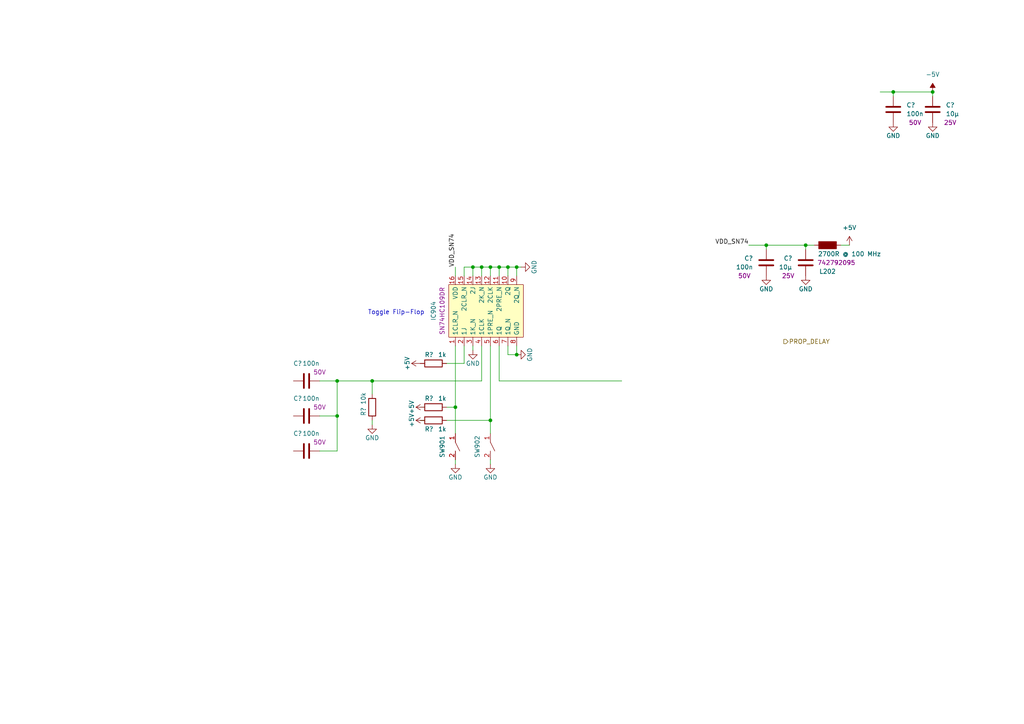
<source format=kicad_sch>
(kicad_sch (version 20230121) (generator eeschema)
  (paper "A4")
  (lib_symbols
    (symbol "BestParts_Generic:Switch"
      (property "Reference" "SW" (at 0 3.81 0))
      (symbol "Switch_0_1"
        (polyline (pts (xy -1.27 0) (xy 1.27 1.27)))
      )
      (symbol "Switch_1_1"
        (pin passive line (at -3.81 0 0) (length 2.54) (name "") (number "1"))
        (pin passive line (at 3.81 0 180) (length 2.54) (name "") (number "2"))
      )
    )
    (symbol "BestParts_ICs:SN74HC109DR"
      (property "Reference" "IC" (at 0 12.065 0))
      (property "Part Number" "SN74HC109DR" (at 0 12.065 0))
      (symbol "SN74HC109DR_1_1"
        (rectangle (start -7.62 10.795) (end 7.62 -10.795) (fill (type background)))
        (pin input line (at -10.16 8.89 0) (length 2.54) (name "1CLR_N") (number "1"))
        (pin output line (at 10.16 -6.35 180) (length 2.54) (name "2Q") (number "10"))
        (pin input line (at 10.16 -3.81 180) (length 2.54) (name "2PRE_N") (number "11"))
        (pin input line (at 10.16 -1.27 180) (length 2.54) (name "2CLK") (number "12"))
        (pin input line (at 10.16 1.27 180) (length 2.54) (name "2K_N") (number "13"))
        (pin input line (at 10.16 3.81 180) (length 2.54) (name "2J") (number "14"))
        (pin input line (at 10.16 6.35 180) (length 2.54) (name "2CLR_N") (number "15"))
        (pin passive line (at 10.16 8.89 180) (length 2.54) (name "VDD") (number "16"))
        (pin input line (at -10.16 6.35 0) (length 2.54) (name "1J") (number "2"))
        (pin input line (at -10.16 3.81 0) (length 2.54) (name "1K_N") (number "3"))
        (pin input line (at -10.16 1.27 0) (length 2.54) (name "1CLK") (number "4"))
        (pin input line (at -10.16 -1.27 0) (length 2.54) (name "1PRE_N") (number "5"))
        (pin output line (at -10.16 -3.81 0) (length 2.54) (name "1Q") (number "6"))
        (pin output line (at -10.16 -6.35 0) (length 2.54) (name "1Q_N") (number "7"))
        (pin passive line (at -10.16 -8.89 0) (length 2.54) (name "GND") (number "8"))
        (pin output line (at 10.16 -8.89 180) (length 2.54) (name "2Q_N") (number "9"))
      )
    )
    (symbol "Device:C" (pin_numbers hide) (pin_names (offset 0.254))
      (property "Reference" "C" (at 0.635 2.54 0))
      (property "Value" "C" (at 0.635 -2.54 0))
      (symbol "C_0_1"
        (polyline (pts (xy -2.032 -0.762) (xy 2.032 -0.762)) (stroke (width 0.508)))
        (polyline (pts (xy -2.032 0.762) (xy 2.032 0.762)) (stroke (width 0.508)))
      )
      (symbol "C_1_1"
        (pin passive line (at 0 3.81 270) (length 2.794) (name "~") (number "1"))
        (pin passive line (at 0 -3.81 90) (length 2.794) (name "~") (number "2"))
      )
    )
    (symbol "Device:R" (pin_numbers hide) (pin_names (offset 0))
      (property "Reference" "R" (at 2.032 0 90))
      (property "Value" "R" (at 0 0 90))
      (symbol "R_0_1"
        (rectangle (start -1.016 -2.54) (end 1.016 2.54) (stroke (width 0.254)))
      )
      (symbol "R_1_1"
        (pin passive line (at 0 3.81 270) (length 1.27) (name "~") (number "1"))
        (pin passive line (at 0 -3.81 90) (length 1.27) (name "~") (number "2"))
      )
    )
    (symbol "Ferrit_1" (pin_numbers hide)
      (property "Reference" "L" (at 0 2.54 0))
      (symbol "Ferrit_1_1_1"
        (rectangle (start -2.54 1.016) (end 2.54 -1.016) (stroke (width 0.254)) (fill (type outline)))
        (pin passive line (at -3.81 0 0) (length 1.27) (name "") (number "1"))
        (pin passive line (at 3.81 0 180) (length 1.27) (name "") (number "2"))
      )
    )
    (symbol "power:+5V" (power) (pin_names (offset 0))
      (property "Value" "+5V" (at 0 3.556 0))
      (symbol "+5V_0_1"
        (polyline (pts (xy -0.762 1.27) (xy 0 2.54)))
        (polyline (pts (xy 0 0) (xy 0 2.54)))
        (polyline (pts (xy 0 2.54) (xy 0.762 1.27)))
      )
      (symbol "+5V_1_1"
        (pin power_in line (at 0 0 90) (length 0) hide (name "+5V") (number "1"))
      )
    )
    (symbol "power:-5V" (power) (pin_names (offset 0))
      (property "Value" "-5V" (at 0 3.81 0))
      (symbol "-5V_0_0"
        (pin power_in line (at 0 0 90) (length 0) hide (name "-5V") (number "1"))
      )
      (symbol "-5V_0_1"
        (polyline (pts (xy 0 0) (xy 0 1.27) (xy 0.762 1.27) (xy 0 2.54) (xy -0.762 1.27) (xy 0 1.27)) (fill (type outline)))
      )
    )
    (symbol "power:GND" (power) (pin_names (offset 0))
      (property "Value" "GND" (at 0 -3.81 0))
      (symbol "GND_0_1"
        (polyline (pts (xy 0 0) (xy 0 -1.27) (xy 1.27 -1.27) (xy 0 -2.54) (xy -1.27 -1.27) (xy 0 -1.27)))
      )
      (symbol "GND_1_1"
        (pin power_in line (at 0 0 270) (length 0) hide (name "GND") (number "1"))
      )
    )
  )
  (junction (at 147.32 77.47))
  (junction (at 97.79 120.65))
  (junction (at 137.16 77.47))
  (junction (at 270.51 26.67))
  (junction (at 132.08 118.11))
  (junction (at 142.24 121.92))
  (junction (at 139.7 77.47))
  (junction (at 149.86 77.47))
  (junction (at 233.68 71.12))
  (junction (at 259.08 26.67))
  (junction (at 149.86 102.87))
  (junction (at 97.79 110.49))
  (junction (at 142.24 77.47))
  (junction (at 107.95 110.49))
  (junction (at 144.78 77.47))
  (junction (at 222.25 71.12))
  (wire (pts (xy 107.95 121.92) (xy 107.95 123.19)))
  (wire (pts (xy 134.62 80.01) (xy 134.62 77.47)))
  (wire (pts (xy 149.86 80.01) (xy 149.86 77.47)))
  (wire (pts (xy 222.25 71.12) (xy 222.25 72.39)))
  (wire (pts (xy 132.08 77.47) (xy 132.08 80.01)))
  (wire (pts (xy 139.7 80.01) (xy 139.7 77.47)))
  (wire (pts (xy 147.32 77.47) (xy 149.86 77.47)))
  (wire (pts (xy 144.78 100.33) (xy 144.78 110.49)))
  (wire (pts (xy 139.7 100.33) (xy 139.7 110.49)))
  (wire (pts (xy 139.7 77.47) (xy 142.24 77.47)))
  (wire (pts (xy 142.24 80.01) (xy 142.24 77.47)))
  (wire (pts (xy 149.86 102.87) (xy 149.86 100.33)))
  (wire (pts (xy 270.51 26.67) (xy 270.51 27.94)))
  (wire (pts (xy 147.32 102.87) (xy 149.86 102.87)))
  (wire (pts (xy 142.24 77.47) (xy 144.78 77.47)))
  (wire (pts (xy 129.54 121.92) (xy 142.24 121.92)))
  (wire (pts (xy 255.27 26.67) (xy 259.08 26.67)))
  (wire (pts (xy 134.62 77.47) (xy 137.16 77.47)))
  (wire (pts (xy 142.24 100.33) (xy 142.24 121.92)))
  (wire (pts (xy 233.68 71.12) (xy 233.68 72.39)))
  (wire (pts (xy 97.79 120.65) (xy 97.79 130.81)))
  (wire (pts (xy 246.38 71.12) (xy 243.84 71.12)))
  (wire (pts (xy 134.62 100.33) (xy 134.62 105.41)))
  (wire (pts (xy 149.86 77.47) (xy 151.13 77.47)))
  (wire (pts (xy 129.54 105.41) (xy 134.62 105.41)))
  (wire (pts (xy 259.08 26.67) (xy 270.51 26.67)))
  (wire (pts (xy 144.78 77.47) (xy 147.32 77.47)))
  (wire (pts (xy 137.16 80.01) (xy 137.16 77.47)))
  (wire (pts (xy 97.79 110.49) (xy 97.79 120.65)))
  (wire (pts (xy 92.71 120.65) (xy 97.79 120.65)))
  (wire (pts (xy 107.95 110.49) (xy 107.95 114.3)))
  (wire (pts (xy 142.24 121.92) (xy 142.24 125.73)))
  (wire (pts (xy 142.24 133.35) (xy 142.24 134.62)))
  (wire (pts (xy 236.22 71.12) (xy 233.68 71.12)))
  (wire (pts (xy 144.78 110.49) (xy 180.34 110.49)))
  (wire (pts (xy 137.16 77.47) (xy 139.7 77.47)))
  (wire (pts (xy 137.16 101.6) (xy 137.16 100.33)))
  (wire (pts (xy 107.95 110.49) (xy 139.7 110.49)))
  (wire (pts (xy 132.08 100.33) (xy 132.08 118.11)))
  (wire (pts (xy 132.08 118.11) (xy 132.08 125.73)))
  (wire (pts (xy 132.08 133.35) (xy 132.08 134.62)))
  (wire (pts (xy 144.78 80.01) (xy 144.78 77.47)))
  (wire (pts (xy 97.79 110.49) (xy 107.95 110.49)))
  (wire (pts (xy 147.32 80.01) (xy 147.32 77.47)))
  (wire (pts (xy 92.71 130.81) (xy 97.79 130.81)))
  (wire (pts (xy 259.08 26.67) (xy 259.08 27.94)))
  (wire (pts (xy 129.54 118.11) (xy 132.08 118.11)))
  (wire (pts (xy 121.92 118.11) (xy 123.19 118.11)))
  (wire (pts (xy 147.32 102.87) (xy 147.32 100.33)))
  (wire (pts (xy 121.92 121.92) (xy 123.19 121.92)))
  (wire (pts (xy 92.71 110.49) (xy 97.79 110.49)))
  (wire (pts (xy 222.25 71.12) (xy 217.17 71.12)))
  (wire (pts (xy 233.68 71.12) (xy 222.25 71.12)))
  (text "Toggle Flip-Flop" (at 106.68 91.44 0) (effects (font (size 1.27 1.27)) (justify left bottom)))
  (label "VDD_SN74" (at 217.17 71.12 180))
  (label "VDD_SN74" (at 132.08 77.47 90))
  (hierarchical_label "PROP_DELAY" (shape output) (at 227.33 99.06 0))
  (symbol (lib_id "power:GND") (at 222.25 80.01 0) (mirror y) (unit 1)
    (property "Reference" "#PWR?" (effects hide))
    (property "Value" "GND" (at 222.25 83.82 0))
    (instances (project "Analog_Calc_V2" (path "" (reference "#PWR?") (unit 1)) (path "" (reference "#PWR?") (unit 1)) (path "" (reference "#PWR?") (unit 1)) (path "" (reference "#PWR0804") (unit 1))))
  )
  (symbol (lib_id "power:GND") (at 149.86 102.87 90) (unit 1)
    (property "Reference" "#PWR?" (effects hide))
    (property "Value" "GND" (at 153.67 102.87 0))
    (instances (project "Analog_Calc_V2" (path "" (reference "#PWR?") (unit 1)) (path "" (reference "#PWR?") (unit 1)) (path "" (reference "#PWR?") (unit 1)) (path "" (reference "#PWR0913") (unit 1))))
  )
  (symbol (lib_id "power:+5V") (at 123.19 118.11 90) (mirror x) (unit 1)
    (property "Reference" "#PWR?" (effects hide))
    (property "Value" "+5V" (at 119.38 118.11 0))
    (instances (project "Analog_Calc_V2" (path "" (reference "#PWR?") (unit 1)) (path "" (reference "#PWR?") (unit 1)) (path "" (reference "#PWR?") (unit 1)) (path "" (reference "#PWR0915") (unit 1))))
  )
  (symbol (lib_id "power:GND") (at 270.51 35.56 0) (unit 1)
    (property "Reference" "#PWR?" (effects hide))
    (property "Value" "GND" (at 270.51 39.37 0))
    (instances (project "Analog_Calc_V2" (path "" (reference "#PWR?") (unit 1)) (path "" (reference "#PWR?") (unit 1)) (path "" (reference "#PWR?") (unit 1)) (path "" (reference "#PWR0806") (unit 1))))
  )
  (symbol (lib_id "Device:C") (at 222.25 76.2 0) (mirror y) (unit 1)
    (property "Reference" "C?" (at 218.44 74.93 0) (effects (justify left)))
    (property "Value" "100n" (at 218.44 77.47 0) (effects (justify left)))
    (property "Footprint" "BestParts_Caps:C_0603" (effects hide))
    (property "Voltage" "50V" (at 215.9 80.01 0))
    (instances (project "Analog_Calc_V2" (path "" (reference "C?") (unit 1)) (path "" (reference "C?") (unit 1)) (path "" (reference "C?") (unit 1)) (path "" (reference "C?") (unit 1)) (path "" (reference "C802") (unit 1))))
  )
  (symbol (lib_id "Device:C") (at 88.9 110.49 90) (mirror x) (unit 1)
    (property "Reference" "C?" (at 87.63 105.41 90) (effects (justify left)))
    (property "Value" "100n" (at 92.71 105.41 90) (effects (justify left)))
    (property "Footprint" "BestParts_Caps:C_0603" (effects hide))
    (property "Voltage" "50V" (at 92.71 107.95 90))
    (instances (project "Analog_Calc_V2" (path "" (reference "C?") (unit 1)) (path "" (reference "C?") (unit 1)) (path "" (reference "C?") (unit 1)) (path "" (reference "C?") (unit 1)) (path "" (reference "C909") (unit 1))))
  )
  (symbol (lib_id "Device:C") (at 259.08 31.75 0) (unit 1)
    (property "Reference" "C?" (at 262.89 30.48 0) (effects (justify left)))
    (property "Value" "100n" (at 262.89 33.02 0) (effects (justify left)))
    (property "Footprint" "BestParts_Caps:C_0603" (effects hide))
    (property "Voltage" "50V" (at 265.43 35.56 0))
    (instances (project "Analog_Calc_V2" (path "" (reference "C?") (unit 1)) (path "" (reference "C?") (unit 1)) (path "" (reference "C?") (unit 1)) (path "" (reference "C?") (unit 1)) (path "" (reference "C803") (unit 1))))
  )
  (symbol (lib_id "power:GND") (at 259.08 35.56 0) (unit 1)
    (property "Reference" "#PWR?" (effects hide))
    (property "Value" "GND" (at 259.08 39.37 0))
    (instances (project "Analog_Calc_V2" (path "" (reference "#PWR?") (unit 1)) (path "" (reference "#PWR?") (unit 1)) (path "" (reference "#PWR?") (unit 1)) (path "" (reference "#PWR0805") (unit 1))))
  )
  (symbol (lib_id "power:GND") (at 132.08 134.62 0) (unit 1)
    (property "Reference" "#PWR?" (effects hide))
    (property "Value" "GND" (at 132.08 138.43 0))
    (instances (project "Analog_Calc_V2" (path "" (reference "#PWR?") (unit 1)) (path "" (reference "#PWR?") (unit 1)) (path "" (reference "#PWR?") (unit 1)) (path "" (reference "#PWR0917") (unit 1))))
  )
  (symbol (lib_id "power:+5V") (at 246.38 71.12 0) (mirror y) (unit 1)
    (property "Reference" "#PWR?" (effects hide))
    (property "Value" "+5V" (at 246.38 66.04 0))
    (instances (project "Analog_Calc_V2" (path "" (reference "#PWR?") (unit 1)) (path "" (reference "#PWR?") (unit 1)) (path "" (reference "#PWR?") (unit 1)) (path "" (reference "#PWR0801") (unit 1))))
  )
  (symbol (lib_id "power:GND") (at 137.16 101.6 0) (unit 1)
    (property "Reference" "#PWR?" (effects hide))
    (property "Value" "GND" (at 137.16 105.41 0))
    (instances (project "Analog_Calc_V2" (path "" (reference "#PWR?") (unit 1)) (path "" (reference "#PWR?") (unit 1)) (path "" (reference "#PWR?") (unit 1)) (path "" (reference "#PWR0919") (unit 1))))
  )
  (symbol (lib_id "Device:C") (at 88.9 130.81 90) (mirror x) (unit 1)
    (property "Reference" "C?" (at 87.63 125.73 90) (effects (justify left)))
    (property "Value" "100n" (at 92.71 125.73 90) (effects (justify left)))
    (property "Footprint" "BestParts_Caps:C_0603" (effects hide))
    (property "Voltage" "50V" (at 92.71 128.27 90))
    (instances (project "Analog_Calc_V2" (path "" (reference "C?") (unit 1)) (path "" (reference "C?") (unit 1)) (path "" (reference "C?") (unit 1)) (path "" (reference "C?") (unit 1)) (path "" (reference "C911") (unit 1))))
  )
  (symbol (lib_id "Device:C") (at 233.68 76.2 0) (mirror y) (unit 1)
    (property "Reference" "C?" (at 229.87 74.93 0) (effects (justify left)))
    (property "Value" "10µ" (at 229.87 77.47 0) (effects (justify left)))
    (property "Footprint" "BestParts_Caps:C_0603" (effects hide))
    (property "Voltage" "25V" (at 228.6 80.01 0))
    (instances (project "Analog_Calc_V2" (path "" (reference "C?") (unit 1)) (path "" (reference "C?") (unit 1)) (path "" (reference "C?") (unit 1)) (path "" (reference "C?") (unit 1)) (path "" (reference "C801") (unit 1))))
  )
  (symbol (lib_id "Device:R") (at 125.73 121.92 90) (mirror x) (unit 1)
    (property "Reference" "R?" (at 124.46 124.46 90))
    (property "Value" "1k" (at 128.27 124.46 90))
    (property "Footprint" "BestParts_Resistors:R_0603" (effects hide))
    (property "Part Number" "Generic" (effects hide))
    (instances (project "Analog_Calc_V2" (path "" (reference "R?") (unit 1)) (path "" (reference "R?") (unit 1)) (path "" (reference "R?") (unit 1)) (path "" (reference "R?") (unit 1)) (path "" (reference "R602") (unit 1)) (path "" (reference "R908") (unit 1))))
  )
  (symbol (lib_id "power:+5V") (at 123.19 121.92 90) (unit 1)
    (property "Reference" "#PWR?" (effects hide))
    (property "Value" "+5V" (at 119.38 121.92 0))
    (instances (project "Analog_Calc_V2" (path "" (reference "#PWR?") (unit 1)) (path "" (reference "#PWR?") (unit 1)) (path "" (reference "#PWR?") (unit 1)) (path "" (reference "#PWR0916") (unit 1))))
  )
  (symbol (lib_name "Ferrit_1") (lib_id "BestParts_Inductors:Ferrit") (at 240.03 71.12 0) (mirror x) (unit 1)
    (property "Reference" "L202" (at 240.03 78.74 0))
    (property "Value" "2700R @ 100 MHz" (at 246.38 73.66 0))
    (property "Footprint" "BestParts_Resistors:R_0805" (effects hide))
    (property "Part Number" "742792095" (at 242.57 76.2 0))
    (instances (project "Analog_Calc_V2" (path "" (reference "L202") (unit 1)) (path "" (reference "L303") (unit 1)) (path "" (reference "L405") (unit 1)) (path "" (reference "L501") (unit 1)) (path "" (reference "L701") (unit 1)) (path "" (reference "L901") (unit 1))))
  )
  (symbol (lib_id "BestParts_ICs:SN74HC109DR") (at 140.97 90.17 90) (unit 1)
    (property "Reference" "IC904" (at 125.73 90.17 0))
    (property "Value" "*" (effects hide))
    (property "Part Number" "SN74HC109DR" (at 128.27 90.17 0))
    (property "Manufacturer" "Texas Instruments" (effects hide))
  )
  (symbol (lib_id "Device:R") (at 125.73 118.11 90) (unit 1)
    (property "Reference" "R?" (at 124.46 115.57 90))
    (property "Value" "1k" (at 128.27 115.57 90))
    (property "Footprint" "BestParts_Resistors:R_0603" (effects hide))
    (property "Part Number" "Generic" (effects hide))
    (instances (project "Analog_Calc_V2" (path "" (reference "R?") (unit 1)) (path "" (reference "R?") (unit 1)) (path "" (reference "R?") (unit 1)) (path "" (reference "R?") (unit 1)) (path "" (reference "R602") (unit 1)) (path "" (reference "R907") (unit 1))))
  )
  (symbol (lib_id "power:GND") (at 151.13 77.47 90) (unit 1)
    (property "Reference" "#PWR?" (effects hide))
    (property "Value" "GND" (at 154.94 77.47 0))
    (instances (project "Analog_Calc_V2" (path "" (reference "#PWR?") (unit 1)) (path "" (reference "#PWR?") (unit 1)) (path "" (reference "#PWR?") (unit 1)) (path "" (reference "#PWR0914") (unit 1))))
  )
  (symbol (lib_id "power:GND") (at 142.24 134.62 0) (unit 1)
    (property "Reference" "#PWR?" (effects hide))
    (property "Value" "GND" (at 142.24 138.43 0))
    (instances (project "Analog_Calc_V2" (path "" (reference "#PWR?") (unit 1)) (path "" (reference "#PWR?") (unit 1)) (path "" (reference "#PWR?") (unit 1)) (path "" (reference "#PWR0918") (unit 1))))
  )
  (symbol (lib_id "power:-5V") (at 270.51 26.67 0) (unit 1)
    (property "Reference" "#PWR?" (effects hide))
    (property "Value" "-5V" (at 270.51 21.59 0))
    (instances (project "Analog_Calc_V2" (path "" (reference "#PWR?") (unit 1)) (path "" (reference "#PWR?") (unit 1)) (path "" (reference "#PWR?") (unit 1)) (path "" (reference "#PWR0802") (unit 1))))
  )
  (symbol (lib_id "power:GND") (at 233.68 80.01 0) (mirror y) (unit 1)
    (property "Reference" "#PWR?" (effects hide))
    (property "Value" "GND" (at 233.68 83.82 0))
    (instances (project "Analog_Calc_V2" (path "" (reference "#PWR?") (unit 1)) (path "" (reference "#PWR?") (unit 1)) (path "" (reference "#PWR?") (unit 1)) (path "" (reference "#PWR0803") (unit 1))))
  )
  (symbol (lib_id "Device:C") (at 270.51 31.75 0) (unit 1)
    (property "Reference" "C?" (at 274.32 30.48 0) (effects (justify left)))
    (property "Value" "10µ" (at 274.32 33.02 0) (effects (justify left)))
    (property "Footprint" "BestParts_Caps:C_0603" (effects hide))
    (property "Voltage" "25V" (at 275.59 35.56 0))
    (instances (project "Analog_Calc_V2" (path "" (reference "C?") (unit 1)) (path "" (reference "C?") (unit 1)) (path "" (reference "C?") (unit 1)) (path "" (reference "C?") (unit 1)) (path "" (reference "C804") (unit 1))))
  )
  (symbol (lib_id "Device:R") (at 107.95 118.11 180) (unit 1)
    (property "Reference" "R?" (at 105.41 119.38 90))
    (property "Value" "10k" (at 105.41 115.57 90))
    (property "Footprint" "BestParts_Resistors:R_0603" (effects hide))
    (property "Part Number" "Generic" (effects hide))
    (instances (project "Analog_Calc_V2" (path "" (reference "R?") (unit 1)) (path "" (reference "R?") (unit 1)) (path "" (reference "R?") (unit 1)) (path "" (reference "R?") (unit 1)) (path "" (reference "R602") (unit 1)) (path "" (reference "R910") (unit 1))))
  )
  (symbol (lib_id "Device:C") (at 88.9 120.65 90) (mirror x) (unit 1)
    (property "Reference" "C?" (at 87.63 115.57 90) (effects (justify left)))
    (property "Value" "100n" (at 92.71 115.57 90) (effects (justify left)))
    (property "Footprint" "BestParts_Caps:C_0603" (effects hide))
    (property "Voltage" "50V" (at 92.71 118.11 90))
    (instances (project "Analog_Calc_V2" (path "" (reference "C?") (unit 1)) (path "" (reference "C?") (unit 1)) (path "" (reference "C?") (unit 1)) (path "" (reference "C?") (unit 1)) (path "" (reference "C910") (unit 1))))
  )
  (symbol (lib_id "power:GND") (at 107.95 123.19 0) (unit 1)
    (property "Reference" "#PWR?" (effects hide))
    (property "Value" "GND" (at 107.95 127 0))
    (instances (project "Analog_Calc_V2" (path "" (reference "#PWR?") (unit 1)) (path "" (reference "#PWR?") (unit 1)) (path "" (reference "#PWR?") (unit 1)) (path "" (reference "#PWR0921") (unit 1))))
  )
  (symbol (lib_id "BestParts_Generic:Switch") (at 142.24 129.54 270) (unit 1)
    (property "Reference" "SW902" (at 138.43 129.54 0))
    (property "Value" "*" (effects hide))
    (property "Footprint" "BestSens:Switch (434121025816)" (effects hide))
    (property "Part Number" "434121025816" (effects hide))
  )
  (symbol (lib_id "BestParts_Generic:Switch") (at 132.08 129.54 270) (unit 1)
    (property "Reference" "SW901" (at 128.27 129.54 0))
    (property "Value" "*" (effects hide))
    (property "Footprint" "BestSens:Switch (434121025816)" (effects hide))
    (property "Part Number" "434121025816" (effects hide))
  )
  (symbol (lib_id "Device:R") (at 125.73 105.41 90) (unit 1)
    (property "Reference" "R?" (at 124.46 102.87 90))
    (property "Value" "1k" (at 128.27 102.87 90))
    (property "Footprint" "BestParts_Resistors:R_0603" (effects hide))
    (property "Part Number" "Generic" (effects hide))
    (instances (project "Analog_Calc_V2" (path "" (reference "R?") (unit 1)) (path "" (reference "R?") (unit 1)) (path "" (reference "R?") (unit 1)) (path "" (reference "R?") (unit 1)) (path "" (reference "R602") (unit 1)) (path "" (reference "R909") (unit 1))))
  )
  (symbol (lib_id "power:+5V") (at 121.92 105.41 90) (mirror x) (unit 1)
    (property "Reference" "#PWR?" (effects hide))
    (property "Value" "+5V" (at 118.11 105.41 0))
    (instances (project "Analog_Calc_V2" (path "" (reference "#PWR?") (unit 1)) (path "" (reference "#PWR?") (unit 1)) (path "" (reference "#PWR?") (unit 1)) (path "" (reference "#PWR0920") (unit 1))))
  )
)
</source>
